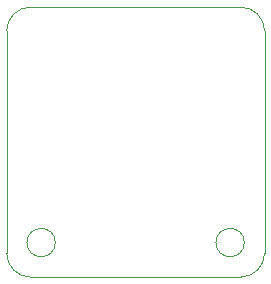
<source format=gm1>
%TF.GenerationSoftware,KiCad,Pcbnew,(5.1.12-1-10_14)*%
%TF.CreationDate,2021-12-10T03:56:51-06:00*%
%TF.ProjectId,xlr_breakout_board,786c725f-6272-4656-916b-6f75745f626f,0.0.1*%
%TF.SameCoordinates,Original*%
%TF.FileFunction,Profile,NP*%
%FSLAX46Y46*%
G04 Gerber Fmt 4.6, Leading zero omitted, Abs format (unit mm)*
G04 Created by KiCad (PCBNEW (5.1.12-1-10_14)) date 2021-12-10 03:56:51*
%MOMM*%
%LPD*%
G01*
G04 APERTURE LIST*
%TA.AperFunction,Profile*%
%ADD10C,0.025400*%
%TD*%
G04 APERTURE END LIST*
D10*
X-6800000Y1144000D02*
G75*
G03*
X-6800000Y1144000I-1200000J0D01*
G01*
X9200000Y1144000D02*
G75*
G03*
X9200000Y1144000I-1200000J0D01*
G01*
X-8890000Y-1778000D02*
G75*
G02*
X-10922000Y254000I0J2032000D01*
G01*
X-10922000Y19050000D02*
G75*
G02*
X-8890000Y21082000I2032000J0D01*
G01*
X8890000Y21082000D02*
G75*
G02*
X10922000Y19050000I0J-2032000D01*
G01*
X10922000Y254000D02*
G75*
G02*
X8890000Y-1778000I-2032000J0D01*
G01*
X10922000Y19050000D02*
X10922000Y254000D01*
X-8890000Y21082000D02*
X8890000Y21082000D01*
X-10922000Y254000D02*
X-10922000Y19050000D01*
X-8890000Y-1778000D02*
X8890000Y-1778000D01*
M02*

</source>
